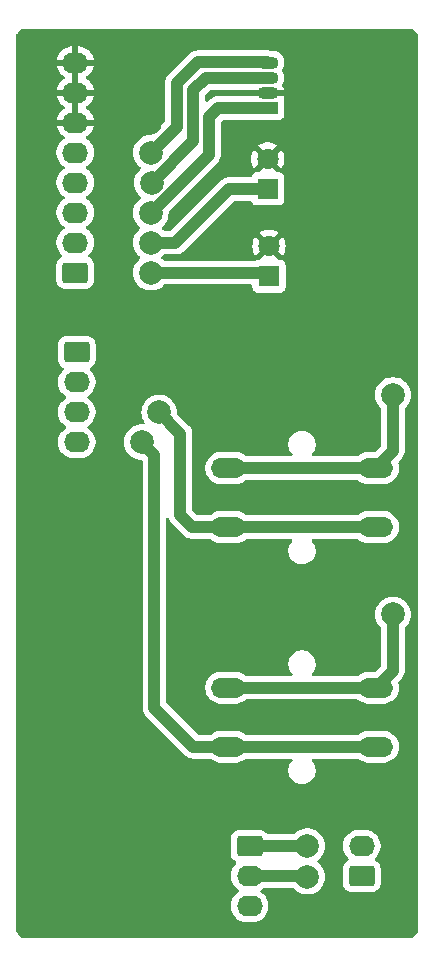
<source format=gbr>
%TF.GenerationSoftware,KiCad,Pcbnew,8.0.5*%
%TF.CreationDate,2024-11-30T13:26:41+01:00*%
%TF.ProjectId,hmi,686d692e-6b69-4636-9164-5f7063625858,rev?*%
%TF.SameCoordinates,Original*%
%TF.FileFunction,Copper,L2,Bot*%
%TF.FilePolarity,Positive*%
%FSLAX46Y46*%
G04 Gerber Fmt 4.6, Leading zero omitted, Abs format (unit mm)*
G04 Created by KiCad (PCBNEW 8.0.5) date 2024-11-30 13:26:41*
%MOMM*%
%LPD*%
G01*
G04 APERTURE LIST*
G04 Aperture macros list*
%AMRoundRect*
0 Rectangle with rounded corners*
0 $1 Rounding radius*
0 $2 $3 $4 $5 $6 $7 $8 $9 X,Y pos of 4 corners*
0 Add a 4 corners polygon primitive as box body*
4,1,4,$2,$3,$4,$5,$6,$7,$8,$9,$2,$3,0*
0 Add four circle primitives for the rounded corners*
1,1,$1+$1,$2,$3*
1,1,$1+$1,$4,$5*
1,1,$1+$1,$6,$7*
1,1,$1+$1,$8,$9*
0 Add four rect primitives between the rounded corners*
20,1,$1+$1,$2,$3,$4,$5,0*
20,1,$1+$1,$4,$5,$6,$7,0*
20,1,$1+$1,$6,$7,$8,$9,0*
20,1,$1+$1,$8,$9,$2,$3,0*%
G04 Aperture macros list end*
%TA.AperFunction,ComponentPad*%
%ADD10O,2.900000X1.700000*%
%TD*%
%TA.AperFunction,ComponentPad*%
%ADD11R,1.800000X1.070000*%
%TD*%
%TA.AperFunction,ComponentPad*%
%ADD12O,1.800000X1.070000*%
%TD*%
%TA.AperFunction,ComponentPad*%
%ADD13R,1.800000X1.800000*%
%TD*%
%TA.AperFunction,ComponentPad*%
%ADD14C,1.800000*%
%TD*%
%TA.AperFunction,ComponentPad*%
%ADD15RoundRect,0.250000X-0.845000X0.620000X-0.845000X-0.620000X0.845000X-0.620000X0.845000X0.620000X0*%
%TD*%
%TA.AperFunction,ComponentPad*%
%ADD16O,2.190000X1.740000*%
%TD*%
%TA.AperFunction,ComponentPad*%
%ADD17RoundRect,0.250000X0.845000X-0.620000X0.845000X0.620000X-0.845000X0.620000X-0.845000X-0.620000X0*%
%TD*%
%TA.AperFunction,ViaPad*%
%ADD18C,2.000000*%
%TD*%
%TA.AperFunction,Conductor*%
%ADD19C,1.000000*%
%TD*%
G04 APERTURE END LIST*
D10*
%TO.P,Next/Stop,1,1*%
%TO.N,Net-(J2-Pin_3)*%
X102450000Y-113200000D03*
X89950000Y-113200000D03*
%TO.P,Next/Stop,2,2*%
%TO.N,Net-(J2-Pin_1)*%
X102450000Y-108200000D03*
X89950000Y-108200000D03*
%TD*%
D11*
%TO.P,D3_RGB,1,DO*%
%TO.N,Net-(D3-DO)*%
X93300000Y-77700000D03*
D12*
%TO.P,D3_RGB,2,GND*%
%TO.N,GND*%
X93300000Y-76430000D03*
%TO.P,D3_RGB,3,VDD*%
%TO.N,Net-(D3-VDD)*%
X93300000Y-75160000D03*
%TO.P,D3_RGB,4,DI*%
%TO.N,Net-(D3-DI)*%
X93300000Y-73890000D03*
%TD*%
D13*
%TO.P,D1_Red,1,K*%
%TO.N,Net-(D1-K)*%
X93400000Y-91975000D03*
D14*
%TO.P,D1_Red,2,A*%
%TO.N,GND*%
X93400000Y-89435000D03*
%TD*%
D13*
%TO.P,D2_Green,1,K*%
%TO.N,Net-(D2-K)*%
X93300000Y-84575000D03*
D14*
%TO.P,D2_Green,2,A*%
%TO.N,GND*%
X93300000Y-82035000D03*
%TD*%
D10*
%TO.P,Select,1,1*%
%TO.N,Net-(J2-Pin_2)*%
X89950000Y-126800000D03*
X102450000Y-126800000D03*
%TO.P,Select,2,2*%
%TO.N,Net-(J2-Pin_4)*%
X89950000Y-131800000D03*
X102450000Y-131800000D03*
%TD*%
D15*
%TO.P,BRIDGE,1,Pin_1*%
%TO.N,Net-(J3-Pin_1)*%
X91750000Y-140200000D03*
D16*
%TO.P,BRIDGE,2,Pin_2*%
%TO.N,Net-(J3-Pin_2)*%
X91750000Y-142740000D03*
%TO.P,BRIDGE,3,Pin_3*%
%TO.N,unconnected-(J3-Pin_3-Pad3)*%
X91750000Y-145280000D03*
%TD*%
D17*
%TO.P,Pwr,1,Pin_1*%
%TO.N,Net-(J3-Pin_2)*%
X101250000Y-142740000D03*
D16*
%TO.P,Pwr,2,Pin_2*%
%TO.N,Net-(J3-Pin_1)*%
X101250000Y-140200000D03*
%TD*%
D17*
%TO.P,LEDs,1,Pin_1*%
%TO.N,Net-(D1-K)*%
X77000000Y-91660000D03*
D16*
%TO.P,LEDs,2,Pin_2*%
%TO.N,Net-(D2-K)*%
X77000000Y-89120000D03*
%TO.P,LEDs,3,Pin_3*%
%TO.N,Net-(D3-DO)*%
X77000000Y-86580000D03*
%TO.P,LEDs,4,Pin_4*%
%TO.N,Net-(D3-VDD)*%
X77000000Y-84040000D03*
%TO.P,LEDs,5,Pin_5*%
%TO.N,Net-(D3-DI)*%
X77000000Y-81500000D03*
%TO.P,LEDs,6,Pin_6*%
%TO.N,GND*%
X77000000Y-78960000D03*
%TO.P,LEDs,7,Pin_7*%
X77000000Y-76420000D03*
%TO.P,LEDs,8,Pin_8*%
X77000000Y-73880000D03*
%TD*%
D15*
%TO.P,Switches,1,Pin_1*%
%TO.N,Net-(J2-Pin_1)*%
X77120000Y-98390000D03*
D16*
%TO.P,Switches,2,Pin_2*%
%TO.N,Net-(J2-Pin_2)*%
X77120000Y-100930000D03*
%TO.P,Switches,3,Pin_3*%
%TO.N,Net-(J2-Pin_3)*%
X77120000Y-103470000D03*
%TO.P,Switches,4,Pin_4*%
%TO.N,Net-(J2-Pin_4)*%
X77120000Y-106010000D03*
%TD*%
D18*
%TO.N,GND*%
X83400000Y-73880000D03*
X83380000Y-76420000D03*
X83360000Y-78960000D03*
%TO.N,Net-(D1-K)*%
X83400000Y-91660000D03*
%TO.N,Net-(D2-K)*%
X83400000Y-89120000D03*
%TO.N,Net-(D3-VDD)*%
X83460000Y-84040000D03*
%TO.N,Net-(D3-DO)*%
X83400000Y-86600000D03*
%TO.N,Net-(D3-DI)*%
X83400000Y-81500000D03*
%TO.N,Net-(J2-Pin_1)*%
X103900000Y-102000000D03*
%TO.N,Net-(J2-Pin_2)*%
X103900000Y-120600000D03*
%TO.N,Net-(J2-Pin_3)*%
X84100000Y-103500000D03*
%TO.N,Net-(J2-Pin_4)*%
X82610000Y-106010000D03*
%TO.N,Net-(J3-Pin_1)*%
X96650000Y-140200000D03*
%TO.N,Net-(J3-Pin_2)*%
X96650000Y-142800000D03*
%TD*%
D19*
%TO.N,Net-(D1-K)*%
X83400000Y-91660000D02*
X93085000Y-91660000D01*
X93085000Y-91660000D02*
X93400000Y-91975000D01*
%TO.N,Net-(D2-K)*%
X83400000Y-89120000D02*
X85480000Y-89120000D01*
X85480000Y-89120000D02*
X90025000Y-84575000D01*
X90025000Y-84575000D02*
X93300000Y-84575000D01*
%TO.N,Net-(D3-VDD)*%
X87000000Y-80500000D02*
X87000000Y-76200000D01*
X83460000Y-84040000D02*
X87000000Y-80500000D01*
X88040000Y-75160000D02*
X87000000Y-76200000D01*
X93300000Y-75160000D02*
X88040000Y-75160000D01*
%TO.N,Net-(D3-DO)*%
X88300000Y-81700000D02*
X88300000Y-78500000D01*
X93300000Y-77700000D02*
X89100000Y-77700000D01*
X89100000Y-77700000D02*
X88300000Y-78500000D01*
X83400000Y-86600000D02*
X88300000Y-81700000D01*
%TO.N,Net-(D3-DI)*%
X87360000Y-73840000D02*
X93250000Y-73840000D01*
X83400000Y-81500000D02*
X85600000Y-79300000D01*
X85600000Y-79300000D02*
X85600000Y-75600000D01*
X93250000Y-73840000D02*
X93300000Y-73890000D01*
X85600000Y-75600000D02*
X87360000Y-73840000D01*
%TO.N,Net-(J2-Pin_1)*%
X102450000Y-108200000D02*
X89950000Y-108200000D01*
X103900000Y-106750000D02*
X102450000Y-108200000D01*
X103900000Y-102000000D02*
X103900000Y-106750000D01*
%TO.N,Net-(J2-Pin_2)*%
X89950000Y-126800000D02*
X102450000Y-126800000D01*
X103900000Y-125350000D02*
X102450000Y-126800000D01*
X103900000Y-120600000D02*
X103900000Y-125350000D01*
%TO.N,Net-(J2-Pin_3)*%
X86900000Y-113200000D02*
X89950000Y-113200000D01*
X85900000Y-112200000D02*
X86900000Y-113200000D01*
X85900000Y-105300000D02*
X85900000Y-112200000D01*
X102450000Y-113200000D02*
X89950000Y-113200000D01*
X84100000Y-103500000D02*
X85900000Y-105300000D01*
%TO.N,Net-(J2-Pin_4)*%
X83700000Y-128500000D02*
X87000000Y-131800000D01*
X83700000Y-107100000D02*
X83700000Y-128500000D01*
X87000000Y-131800000D02*
X89950000Y-131800000D01*
X102450000Y-131800000D02*
X89950000Y-131800000D01*
X82610000Y-106010000D02*
X83700000Y-107100000D01*
%TO.N,Net-(J3-Pin_1)*%
X91750000Y-140200000D02*
X96650000Y-140200000D01*
%TO.N,Net-(J3-Pin_2)*%
X91750000Y-142740000D02*
X96590000Y-142740000D01*
X96590000Y-142740000D02*
X96650000Y-142800000D01*
%TD*%
%TA.AperFunction,Conductor*%
%TO.N,GND*%
G36*
X91921209Y-76180000D02*
G01*
X92742878Y-76180000D01*
X92767067Y-76182382D01*
X92807066Y-76190339D01*
X92833011Y-76195500D01*
X92833012Y-76195500D01*
X92915773Y-76195500D01*
X92880667Y-76256306D01*
X92850000Y-76370756D01*
X92850000Y-76489244D01*
X92880667Y-76603694D01*
X92915773Y-76664500D01*
X92352129Y-76664500D01*
X92352123Y-76664501D01*
X92292516Y-76670908D01*
X92289106Y-76672181D01*
X92245771Y-76680000D01*
X91912725Y-76680000D01*
X91892908Y-76693499D01*
X91854800Y-76699500D01*
X89001455Y-76699500D01*
X88904812Y-76718724D01*
X88808170Y-76737947D01*
X88808162Y-76737949D01*
X88780277Y-76749500D01*
X88626088Y-76813366D01*
X88626079Y-76813371D01*
X88462219Y-76922859D01*
X88410627Y-76974452D01*
X88322861Y-77062218D01*
X88212181Y-77172898D01*
X88150858Y-77206383D01*
X88081166Y-77201399D01*
X88025233Y-77159527D01*
X88000816Y-77094063D01*
X88000500Y-77085217D01*
X88000500Y-76665782D01*
X88020185Y-76598743D01*
X88036819Y-76578101D01*
X88418101Y-76196819D01*
X88479424Y-76163334D01*
X88505782Y-76160500D01*
X91854800Y-76160500D01*
X91921209Y-76180000D01*
G37*
%TD.AperFunction*%
%TA.AperFunction,Conductor*%
G36*
X77250000Y-78417290D02*
G01*
X77229661Y-78405548D01*
X77078333Y-78365000D01*
X76921667Y-78365000D01*
X76770339Y-78405548D01*
X76750000Y-78417290D01*
X76750000Y-76962709D01*
X76770339Y-76974452D01*
X76921667Y-77015000D01*
X77078333Y-77015000D01*
X77229661Y-76974452D01*
X77250000Y-76962709D01*
X77250000Y-78417290D01*
G37*
%TD.AperFunction*%
%TA.AperFunction,Conductor*%
G36*
X77250000Y-75877290D02*
G01*
X77229661Y-75865548D01*
X77078333Y-75825000D01*
X76921667Y-75825000D01*
X76770339Y-75865548D01*
X76750000Y-75877290D01*
X76750000Y-74422709D01*
X76770339Y-74434452D01*
X76921667Y-74475000D01*
X77078333Y-74475000D01*
X77229661Y-74434452D01*
X77250000Y-74422709D01*
X77250000Y-75877290D01*
G37*
%TD.AperFunction*%
%TA.AperFunction,Conductor*%
G36*
X105516944Y-71019685D02*
G01*
X105526378Y-71026389D01*
X105651573Y-71124473D01*
X105662781Y-71134403D01*
X105865596Y-71337218D01*
X105875525Y-71348425D01*
X105973610Y-71473621D01*
X105999460Y-71538532D01*
X106000000Y-71550094D01*
X106000000Y-147449904D01*
X105980315Y-147516943D01*
X105973611Y-147526377D01*
X105875526Y-147651573D01*
X105865596Y-147662781D01*
X105662781Y-147865596D01*
X105651574Y-147875525D01*
X105526379Y-147973610D01*
X105461467Y-147999460D01*
X105449905Y-148000000D01*
X72550095Y-148000000D01*
X72483056Y-147980315D01*
X72473622Y-147973611D01*
X72348426Y-147875526D01*
X72337218Y-147865596D01*
X72134403Y-147662781D01*
X72124473Y-147651573D01*
X72026389Y-147526377D01*
X72000540Y-147461464D01*
X72000000Y-147449904D01*
X72000000Y-139529983D01*
X90154500Y-139529983D01*
X90154500Y-140870001D01*
X90154501Y-140870018D01*
X90165000Y-140972796D01*
X90165001Y-140972799D01*
X90204772Y-141092819D01*
X90220186Y-141139334D01*
X90312288Y-141288656D01*
X90436344Y-141412712D01*
X90585666Y-141504814D01*
X90585668Y-141504814D01*
X90585669Y-141504815D01*
X90586348Y-141505132D01*
X90586735Y-141505473D01*
X90591813Y-141508605D01*
X90591277Y-141509472D01*
X90638787Y-141551304D01*
X90657939Y-141618498D01*
X90637723Y-141685379D01*
X90621625Y-141705195D01*
X90479640Y-141847180D01*
X90352843Y-142021700D01*
X90254909Y-142213908D01*
X90188245Y-142419077D01*
X90154500Y-142632133D01*
X90154500Y-142847866D01*
X90188245Y-143060922D01*
X90188246Y-143060926D01*
X90254908Y-143266089D01*
X90352843Y-143458299D01*
X90479641Y-143632821D01*
X90632179Y-143785359D01*
X90753454Y-143873471D01*
X90803294Y-143909682D01*
X90845959Y-143965012D01*
X90851938Y-144034626D01*
X90819332Y-144096421D01*
X90803294Y-144110318D01*
X90803045Y-144110499D01*
X90632179Y-144234641D01*
X90632177Y-144234643D01*
X90632176Y-144234643D01*
X90479643Y-144387176D01*
X90479643Y-144387177D01*
X90479641Y-144387179D01*
X90425186Y-144462129D01*
X90352843Y-144561700D01*
X90254909Y-144753908D01*
X90188245Y-144959077D01*
X90154500Y-145172133D01*
X90154500Y-145387866D01*
X90188245Y-145600922D01*
X90188246Y-145600926D01*
X90254908Y-145806089D01*
X90352843Y-145998299D01*
X90479641Y-146172821D01*
X90632179Y-146325359D01*
X90806701Y-146452157D01*
X90998911Y-146550092D01*
X91204074Y-146616754D01*
X91283973Y-146629408D01*
X91417134Y-146650500D01*
X91417139Y-146650500D01*
X92082866Y-146650500D01*
X92201230Y-146631752D01*
X92295926Y-146616754D01*
X92501089Y-146550092D01*
X92693299Y-146452157D01*
X92867821Y-146325359D01*
X93020359Y-146172821D01*
X93147157Y-145998299D01*
X93245092Y-145806089D01*
X93311754Y-145600926D01*
X93326752Y-145506230D01*
X93345500Y-145387866D01*
X93345500Y-145172133D01*
X93311754Y-144959077D01*
X93311754Y-144959074D01*
X93245092Y-144753911D01*
X93147157Y-144561701D01*
X93020359Y-144387179D01*
X92867821Y-144234641D01*
X92696704Y-144110317D01*
X92654040Y-144054988D01*
X92648061Y-143985374D01*
X92680667Y-143923580D01*
X92696702Y-143909684D01*
X92867821Y-143785359D01*
X92876361Y-143776819D01*
X92937684Y-143743334D01*
X92964042Y-143740500D01*
X95421911Y-143740500D01*
X95488950Y-143760185D01*
X95513141Y-143780517D01*
X95527708Y-143796341D01*
X95630256Y-143907738D01*
X95826491Y-144060474D01*
X96045190Y-144178828D01*
X96280386Y-144259571D01*
X96525665Y-144300500D01*
X96774335Y-144300500D01*
X97019614Y-144259571D01*
X97254810Y-144178828D01*
X97473509Y-144060474D01*
X97669744Y-143907738D01*
X97838164Y-143724785D01*
X97974173Y-143516607D01*
X98074063Y-143288881D01*
X98135108Y-143047821D01*
X98151677Y-142847866D01*
X98155643Y-142800005D01*
X98155643Y-142799994D01*
X98135109Y-142552187D01*
X98135107Y-142552175D01*
X98074063Y-142311118D01*
X97974173Y-142083393D01*
X97838166Y-141875217D01*
X97812355Y-141847179D01*
X97669744Y-141692262D01*
X97669739Y-141692258D01*
X97669737Y-141692256D01*
X97548448Y-141597853D01*
X97507635Y-141541143D01*
X97503960Y-141471370D01*
X97538592Y-141410687D01*
X97548448Y-141402147D01*
X97652070Y-141321494D01*
X97669744Y-141307738D01*
X97838164Y-141124785D01*
X97974173Y-140916607D01*
X98074063Y-140688881D01*
X98135108Y-140447821D01*
X98146705Y-140307866D01*
X98155643Y-140200005D01*
X98155643Y-140199994D01*
X98146705Y-140092133D01*
X99654500Y-140092133D01*
X99654500Y-140307866D01*
X99688245Y-140520922D01*
X99688246Y-140520926D01*
X99754908Y-140726089D01*
X99852843Y-140918299D01*
X99979641Y-141092821D01*
X99979643Y-141092823D01*
X100121624Y-141234804D01*
X100155109Y-141296127D01*
X100150125Y-141365819D01*
X100108253Y-141421752D01*
X100086360Y-141434861D01*
X100085677Y-141435179D01*
X99936342Y-141527289D01*
X99812289Y-141651342D01*
X99720187Y-141800663D01*
X99720186Y-141800666D01*
X99665001Y-141967203D01*
X99665001Y-141967204D01*
X99665000Y-141967204D01*
X99654500Y-142069983D01*
X99654500Y-143410001D01*
X99654501Y-143410018D01*
X99665000Y-143512796D01*
X99665001Y-143512799D01*
X99704773Y-143632821D01*
X99720186Y-143679334D01*
X99812288Y-143828656D01*
X99936344Y-143952712D01*
X100085666Y-144044814D01*
X100252203Y-144099999D01*
X100354991Y-144110500D01*
X102145008Y-144110499D01*
X102247797Y-144099999D01*
X102414334Y-144044814D01*
X102563656Y-143952712D01*
X102687712Y-143828656D01*
X102779814Y-143679334D01*
X102834999Y-143512797D01*
X102845500Y-143410009D01*
X102845499Y-142069992D01*
X102834999Y-141967203D01*
X102779814Y-141800666D01*
X102687712Y-141651344D01*
X102563656Y-141527288D01*
X102414334Y-141435186D01*
X102414326Y-141435181D01*
X102413645Y-141434864D01*
X102413256Y-141434521D01*
X102408187Y-141431395D01*
X102408721Y-141430528D01*
X102361208Y-141388688D01*
X102342060Y-141321494D01*
X102362280Y-141254614D01*
X102378366Y-141234813D01*
X102520359Y-141092821D01*
X102647157Y-140918299D01*
X102745092Y-140726089D01*
X102811754Y-140520926D01*
X102826752Y-140426230D01*
X102845500Y-140307866D01*
X102845500Y-140092133D01*
X102811754Y-139879077D01*
X102811754Y-139879074D01*
X102745092Y-139673911D01*
X102647157Y-139481701D01*
X102520359Y-139307179D01*
X102367821Y-139154641D01*
X102193299Y-139027843D01*
X102001089Y-138929908D01*
X101795926Y-138863246D01*
X101795924Y-138863245D01*
X101795922Y-138863245D01*
X101582866Y-138829500D01*
X101582861Y-138829500D01*
X100917139Y-138829500D01*
X100917134Y-138829500D01*
X100704077Y-138863245D01*
X100498908Y-138929909D01*
X100306700Y-139027843D01*
X100218037Y-139092261D01*
X100132179Y-139154641D01*
X100132177Y-139154643D01*
X100132176Y-139154643D01*
X99979643Y-139307176D01*
X99979643Y-139307177D01*
X99979641Y-139307179D01*
X99925186Y-139382129D01*
X99852843Y-139481700D01*
X99754909Y-139673908D01*
X99688245Y-139879077D01*
X99654500Y-140092133D01*
X98146705Y-140092133D01*
X98135109Y-139952187D01*
X98135107Y-139952175D01*
X98074063Y-139711118D01*
X97974173Y-139483393D01*
X97838166Y-139275217D01*
X97731625Y-139159483D01*
X97669744Y-139092262D01*
X97473509Y-138939526D01*
X97473507Y-138939525D01*
X97473506Y-138939524D01*
X97254811Y-138821172D01*
X97254802Y-138821169D01*
X97019616Y-138740429D01*
X96774335Y-138699500D01*
X96525665Y-138699500D01*
X96280383Y-138740429D01*
X96045197Y-138821169D01*
X96045188Y-138821172D01*
X95826493Y-138939524D01*
X95630255Y-139092262D01*
X95630252Y-139092265D01*
X95568374Y-139159483D01*
X95508487Y-139195474D01*
X95477145Y-139199500D01*
X93311294Y-139199500D01*
X93244255Y-139179815D01*
X93205755Y-139140597D01*
X93187712Y-139111344D01*
X93063656Y-138987288D01*
X92914334Y-138895186D01*
X92747797Y-138840001D01*
X92747795Y-138840000D01*
X92645010Y-138829500D01*
X90854998Y-138829500D01*
X90854981Y-138829501D01*
X90752203Y-138840000D01*
X90752200Y-138840001D01*
X90585668Y-138895185D01*
X90585663Y-138895187D01*
X90436342Y-138987289D01*
X90312289Y-139111342D01*
X90220187Y-139260663D01*
X90220186Y-139260666D01*
X90165001Y-139427203D01*
X90165001Y-139427204D01*
X90165000Y-139427204D01*
X90154500Y-139529983D01*
X72000000Y-139529983D01*
X72000000Y-97719983D01*
X75524500Y-97719983D01*
X75524500Y-99060001D01*
X75524501Y-99060018D01*
X75535000Y-99162796D01*
X75535001Y-99162799D01*
X75590185Y-99329331D01*
X75590186Y-99329334D01*
X75682288Y-99478656D01*
X75806344Y-99602712D01*
X75955666Y-99694814D01*
X75955668Y-99694814D01*
X75955669Y-99694815D01*
X75956348Y-99695132D01*
X75956735Y-99695473D01*
X75961813Y-99698605D01*
X75961277Y-99699472D01*
X76008787Y-99741304D01*
X76027939Y-99808498D01*
X76007723Y-99875379D01*
X75991625Y-99895195D01*
X75849640Y-100037180D01*
X75722843Y-100211700D01*
X75624909Y-100403908D01*
X75558245Y-100609077D01*
X75524500Y-100822133D01*
X75524500Y-101037866D01*
X75558245Y-101250922D01*
X75558246Y-101250926D01*
X75624908Y-101456089D01*
X75722843Y-101648299D01*
X75849641Y-101822821D01*
X76002179Y-101975359D01*
X76091740Y-102040429D01*
X76173294Y-102099682D01*
X76215959Y-102155012D01*
X76221938Y-102224626D01*
X76189332Y-102286421D01*
X76173294Y-102300318D01*
X76002179Y-102424641D01*
X76002177Y-102424643D01*
X76002176Y-102424643D01*
X75849643Y-102577176D01*
X75849643Y-102577177D01*
X75849641Y-102577179D01*
X75795186Y-102652129D01*
X75722843Y-102751700D01*
X75624909Y-102943908D01*
X75558245Y-103149077D01*
X75524500Y-103362133D01*
X75524500Y-103577866D01*
X75551419Y-103747824D01*
X75558246Y-103790926D01*
X75624908Y-103996089D01*
X75722843Y-104188299D01*
X75849641Y-104362821D01*
X76002179Y-104515359D01*
X76123454Y-104603471D01*
X76173294Y-104639682D01*
X76215959Y-104695012D01*
X76221938Y-104764626D01*
X76189332Y-104826421D01*
X76173294Y-104840318D01*
X76173044Y-104840500D01*
X76002179Y-104964641D01*
X76002177Y-104964643D01*
X76002176Y-104964643D01*
X75849643Y-105117176D01*
X75849643Y-105117177D01*
X75849641Y-105117179D01*
X75808293Y-105174090D01*
X75722843Y-105291700D01*
X75624909Y-105483908D01*
X75558245Y-105689077D01*
X75524500Y-105902133D01*
X75524500Y-106117866D01*
X75558245Y-106330922D01*
X75558246Y-106330926D01*
X75624908Y-106536089D01*
X75722843Y-106728299D01*
X75849641Y-106902821D01*
X76002179Y-107055359D01*
X76176701Y-107182157D01*
X76368911Y-107280092D01*
X76574074Y-107346754D01*
X76653973Y-107359408D01*
X76787134Y-107380500D01*
X76787139Y-107380500D01*
X77452866Y-107380500D01*
X77571230Y-107361752D01*
X77665926Y-107346754D01*
X77871089Y-107280092D01*
X78063299Y-107182157D01*
X78237821Y-107055359D01*
X78390359Y-106902821D01*
X78517157Y-106728299D01*
X78615092Y-106536089D01*
X78681754Y-106330926D01*
X78696752Y-106236230D01*
X78715500Y-106117866D01*
X78715500Y-106009994D01*
X81104357Y-106009994D01*
X81104357Y-106010005D01*
X81124890Y-106257812D01*
X81124892Y-106257824D01*
X81185936Y-106498881D01*
X81285826Y-106726606D01*
X81421833Y-106934782D01*
X81435381Y-106949499D01*
X81590256Y-107117738D01*
X81786491Y-107270474D01*
X81786493Y-107270475D01*
X82003251Y-107387779D01*
X82005190Y-107388828D01*
X82240386Y-107469571D01*
X82485665Y-107510500D01*
X82575500Y-107510500D01*
X82642539Y-107530185D01*
X82688294Y-107582989D01*
X82699500Y-107634500D01*
X82699500Y-128598541D01*
X82699500Y-128598543D01*
X82699499Y-128598543D01*
X82737947Y-128791829D01*
X82737950Y-128791839D01*
X82813364Y-128973907D01*
X82813371Y-128973920D01*
X82922859Y-129137780D01*
X82922860Y-129137781D01*
X82922861Y-129137782D01*
X83062218Y-129277139D01*
X83062219Y-129277139D01*
X83069286Y-129284206D01*
X83069285Y-129284206D01*
X83069288Y-129284208D01*
X86222860Y-132437781D01*
X86222861Y-132437782D01*
X86292895Y-132507816D01*
X86362219Y-132577140D01*
X86526079Y-132686628D01*
X86526086Y-132686632D01*
X86639934Y-132733789D01*
X86708164Y-132762051D01*
X86804812Y-132781275D01*
X86853135Y-132790887D01*
X86901458Y-132800500D01*
X86901459Y-132800500D01*
X86901460Y-132800500D01*
X87098540Y-132800500D01*
X88389800Y-132800500D01*
X88456839Y-132820185D01*
X88469365Y-132829493D01*
X88642179Y-132955048D01*
X88642181Y-132955049D01*
X88642184Y-132955051D01*
X88831588Y-133051557D01*
X89033757Y-133117246D01*
X89243713Y-133150500D01*
X89243714Y-133150500D01*
X90656286Y-133150500D01*
X90656287Y-133150500D01*
X90866243Y-133117246D01*
X91068412Y-133051557D01*
X91257816Y-132955051D01*
X91359511Y-132881166D01*
X91433734Y-132827241D01*
X91434364Y-132828108D01*
X91493419Y-132801641D01*
X91510200Y-132800500D01*
X95273084Y-132800500D01*
X95340123Y-132820185D01*
X95385878Y-132872989D01*
X95395822Y-132942147D01*
X95366797Y-133005703D01*
X95360765Y-133012181D01*
X95322445Y-133050500D01*
X95322441Y-133050505D01*
X95216006Y-133197002D01*
X95133788Y-133358360D01*
X95133787Y-133358363D01*
X95077829Y-133530589D01*
X95049500Y-133709448D01*
X95049500Y-133890551D01*
X95077829Y-134069410D01*
X95133787Y-134241636D01*
X95133788Y-134241639D01*
X95216006Y-134402997D01*
X95322441Y-134549494D01*
X95322445Y-134549499D01*
X95450500Y-134677554D01*
X95450505Y-134677558D01*
X95578287Y-134770396D01*
X95597006Y-134783996D01*
X95702484Y-134837740D01*
X95758360Y-134866211D01*
X95758363Y-134866212D01*
X95844476Y-134894191D01*
X95930591Y-134922171D01*
X96013429Y-134935291D01*
X96109449Y-134950500D01*
X96109454Y-134950500D01*
X96290551Y-134950500D01*
X96377259Y-134936765D01*
X96469409Y-134922171D01*
X96641639Y-134866211D01*
X96802994Y-134783996D01*
X96949501Y-134677553D01*
X97077553Y-134549501D01*
X97183996Y-134402994D01*
X97266211Y-134241639D01*
X97322171Y-134069409D01*
X97336765Y-133977259D01*
X97350500Y-133890551D01*
X97350500Y-133709448D01*
X97334019Y-133605397D01*
X97322171Y-133530591D01*
X97266211Y-133358361D01*
X97266211Y-133358360D01*
X97237740Y-133302484D01*
X97183996Y-133197006D01*
X97150208Y-133150500D01*
X97077558Y-133050505D01*
X97077554Y-133050500D01*
X97039235Y-133012181D01*
X97005750Y-132950858D01*
X97010734Y-132881166D01*
X97052606Y-132825233D01*
X97118070Y-132800816D01*
X97126916Y-132800500D01*
X100889800Y-132800500D01*
X100956839Y-132820185D01*
X100969365Y-132829493D01*
X101142179Y-132955048D01*
X101142181Y-132955049D01*
X101142184Y-132955051D01*
X101331588Y-133051557D01*
X101533757Y-133117246D01*
X101743713Y-133150500D01*
X101743714Y-133150500D01*
X103156286Y-133150500D01*
X103156287Y-133150500D01*
X103366243Y-133117246D01*
X103568412Y-133051557D01*
X103757816Y-132955051D01*
X103859511Y-132881166D01*
X103929786Y-132830109D01*
X103929788Y-132830106D01*
X103929792Y-132830104D01*
X104080104Y-132679792D01*
X104080106Y-132679788D01*
X104080109Y-132679786D01*
X104205048Y-132507820D01*
X104205047Y-132507820D01*
X104205051Y-132507816D01*
X104301557Y-132318412D01*
X104367246Y-132116243D01*
X104400500Y-131906287D01*
X104400500Y-131693713D01*
X104367246Y-131483757D01*
X104301557Y-131281588D01*
X104205051Y-131092184D01*
X104205049Y-131092181D01*
X104205048Y-131092179D01*
X104080109Y-130920213D01*
X103929786Y-130769890D01*
X103757820Y-130644951D01*
X103568414Y-130548444D01*
X103568413Y-130548443D01*
X103568412Y-130548443D01*
X103366243Y-130482754D01*
X103366241Y-130482753D01*
X103366240Y-130482753D01*
X103204957Y-130457208D01*
X103156287Y-130449500D01*
X101743713Y-130449500D01*
X101695042Y-130457208D01*
X101533760Y-130482753D01*
X101331585Y-130548444D01*
X101142179Y-130644951D01*
X100966266Y-130772759D01*
X100965635Y-130771891D01*
X100906581Y-130798359D01*
X100889800Y-130799500D01*
X91510200Y-130799500D01*
X91443161Y-130779815D01*
X91430634Y-130770506D01*
X91257820Y-130644951D01*
X91068414Y-130548444D01*
X91068413Y-130548443D01*
X91068412Y-130548443D01*
X90866243Y-130482754D01*
X90866241Y-130482753D01*
X90866240Y-130482753D01*
X90704957Y-130457208D01*
X90656287Y-130449500D01*
X89243713Y-130449500D01*
X89195042Y-130457208D01*
X89033760Y-130482753D01*
X88831585Y-130548444D01*
X88642179Y-130644951D01*
X88466266Y-130772759D01*
X88465635Y-130771891D01*
X88406581Y-130798359D01*
X88389800Y-130799500D01*
X87465783Y-130799500D01*
X87398744Y-130779815D01*
X87378102Y-130763181D01*
X84736819Y-128121898D01*
X84703334Y-128060575D01*
X84700500Y-128034217D01*
X84700500Y-126693713D01*
X87999500Y-126693713D01*
X87999500Y-126906286D01*
X88032753Y-127116239D01*
X88098444Y-127318414D01*
X88194951Y-127507820D01*
X88319890Y-127679786D01*
X88470213Y-127830109D01*
X88642179Y-127955048D01*
X88642181Y-127955049D01*
X88642184Y-127955051D01*
X88831588Y-128051557D01*
X89033757Y-128117246D01*
X89243713Y-128150500D01*
X89243714Y-128150500D01*
X90656286Y-128150500D01*
X90656287Y-128150500D01*
X90866243Y-128117246D01*
X91068412Y-128051557D01*
X91257816Y-127955051D01*
X91272769Y-127944186D01*
X91433734Y-127827241D01*
X91434364Y-127828108D01*
X91493419Y-127801641D01*
X91510200Y-127800500D01*
X100889800Y-127800500D01*
X100956839Y-127820185D01*
X100969365Y-127829493D01*
X101142179Y-127955048D01*
X101142181Y-127955049D01*
X101142184Y-127955051D01*
X101331588Y-128051557D01*
X101533757Y-128117246D01*
X101743713Y-128150500D01*
X101743714Y-128150500D01*
X103156286Y-128150500D01*
X103156287Y-128150500D01*
X103366243Y-128117246D01*
X103568412Y-128051557D01*
X103757816Y-127955051D01*
X103779789Y-127939086D01*
X103929786Y-127830109D01*
X103929788Y-127830106D01*
X103929792Y-127830104D01*
X104080104Y-127679792D01*
X104080106Y-127679788D01*
X104080109Y-127679786D01*
X104205048Y-127507820D01*
X104205047Y-127507820D01*
X104205051Y-127507816D01*
X104301557Y-127318412D01*
X104367246Y-127116243D01*
X104400500Y-126906287D01*
X104400500Y-126693713D01*
X104367246Y-126483757D01*
X104345091Y-126415574D01*
X104343097Y-126345735D01*
X104375339Y-126289581D01*
X104677140Y-125987781D01*
X104786632Y-125823914D01*
X104862052Y-125641835D01*
X104900500Y-125448540D01*
X104900500Y-125251459D01*
X104900500Y-121777027D01*
X104920185Y-121709988D01*
X104933265Y-121693049D01*
X105088164Y-121524785D01*
X105224173Y-121316607D01*
X105324063Y-121088881D01*
X105385108Y-120847821D01*
X105405643Y-120600000D01*
X105385108Y-120352179D01*
X105324063Y-120111119D01*
X105224173Y-119883393D01*
X105088166Y-119675217D01*
X105066557Y-119651744D01*
X104919744Y-119492262D01*
X104723509Y-119339526D01*
X104723507Y-119339525D01*
X104723506Y-119339524D01*
X104504811Y-119221172D01*
X104504802Y-119221169D01*
X104269616Y-119140429D01*
X104024335Y-119099500D01*
X103775665Y-119099500D01*
X103530383Y-119140429D01*
X103295197Y-119221169D01*
X103295188Y-119221172D01*
X103076493Y-119339524D01*
X102880257Y-119492261D01*
X102711833Y-119675217D01*
X102575826Y-119883393D01*
X102475936Y-120111118D01*
X102414892Y-120352175D01*
X102414890Y-120352187D01*
X102394357Y-120599994D01*
X102394357Y-120600005D01*
X102414890Y-120847812D01*
X102414892Y-120847824D01*
X102475936Y-121088881D01*
X102575826Y-121316606D01*
X102711833Y-121524782D01*
X102711836Y-121524785D01*
X102866730Y-121693045D01*
X102897652Y-121755698D01*
X102899500Y-121777027D01*
X102899500Y-124884217D01*
X102879815Y-124951256D01*
X102863181Y-124971898D01*
X102421899Y-125413181D01*
X102360576Y-125446666D01*
X102334218Y-125449500D01*
X101743713Y-125449500D01*
X101695042Y-125457208D01*
X101533760Y-125482753D01*
X101331585Y-125548444D01*
X101142179Y-125644951D01*
X100966266Y-125772759D01*
X100965635Y-125771891D01*
X100906581Y-125798359D01*
X100889800Y-125799500D01*
X97126916Y-125799500D01*
X97059877Y-125779815D01*
X97014122Y-125727011D01*
X97004178Y-125657853D01*
X97033203Y-125594297D01*
X97039235Y-125587819D01*
X97077553Y-125549501D01*
X97183996Y-125402994D01*
X97266211Y-125241639D01*
X97322171Y-125069409D01*
X97343368Y-124935579D01*
X97350500Y-124890551D01*
X97350500Y-124709448D01*
X97334019Y-124605397D01*
X97322171Y-124530591D01*
X97266211Y-124358361D01*
X97266211Y-124358360D01*
X97237740Y-124302484D01*
X97183996Y-124197006D01*
X97170396Y-124178287D01*
X97077558Y-124050505D01*
X97077554Y-124050500D01*
X96949499Y-123922445D01*
X96949494Y-123922441D01*
X96802997Y-123816006D01*
X96802996Y-123816005D01*
X96802994Y-123816004D01*
X96751300Y-123789664D01*
X96641639Y-123733788D01*
X96641636Y-123733787D01*
X96469410Y-123677829D01*
X96290551Y-123649500D01*
X96290546Y-123649500D01*
X96109454Y-123649500D01*
X96109449Y-123649500D01*
X95930589Y-123677829D01*
X95758363Y-123733787D01*
X95758360Y-123733788D01*
X95597002Y-123816006D01*
X95450505Y-123922441D01*
X95450500Y-123922445D01*
X95322445Y-124050500D01*
X95322441Y-124050505D01*
X95216006Y-124197002D01*
X95133788Y-124358360D01*
X95133787Y-124358363D01*
X95077829Y-124530589D01*
X95049500Y-124709448D01*
X95049500Y-124890551D01*
X95077829Y-125069410D01*
X95133787Y-125241636D01*
X95133788Y-125241639D01*
X95216006Y-125402997D01*
X95322441Y-125549494D01*
X95322445Y-125549499D01*
X95360765Y-125587819D01*
X95394250Y-125649142D01*
X95389266Y-125718834D01*
X95347394Y-125774767D01*
X95281930Y-125799184D01*
X95273084Y-125799500D01*
X91510200Y-125799500D01*
X91443161Y-125779815D01*
X91430634Y-125770506D01*
X91257820Y-125644951D01*
X91068414Y-125548444D01*
X91068413Y-125548443D01*
X91068412Y-125548443D01*
X90866243Y-125482754D01*
X90866241Y-125482753D01*
X90866240Y-125482753D01*
X90704957Y-125457208D01*
X90656287Y-125449500D01*
X89243713Y-125449500D01*
X89195042Y-125457208D01*
X89033760Y-125482753D01*
X88831585Y-125548444D01*
X88642179Y-125644951D01*
X88470213Y-125769890D01*
X88319890Y-125920213D01*
X88194951Y-126092179D01*
X88098444Y-126281585D01*
X88032753Y-126483760D01*
X87999500Y-126693713D01*
X84700500Y-126693713D01*
X84700500Y-112541974D01*
X84720185Y-112474935D01*
X84772989Y-112429180D01*
X84842147Y-112419236D01*
X84905703Y-112448261D01*
X84939061Y-112494521D01*
X84958716Y-112541974D01*
X84960038Y-112545164D01*
X85013366Y-112673911D01*
X85013371Y-112673920D01*
X85122859Y-112837780D01*
X85122860Y-112837781D01*
X85122861Y-112837782D01*
X85262218Y-112977139D01*
X85262219Y-112977139D01*
X85269286Y-112984206D01*
X85269285Y-112984206D01*
X85269289Y-112984209D01*
X86262215Y-113977137D01*
X86262219Y-113977140D01*
X86426079Y-114086628D01*
X86426085Y-114086631D01*
X86426086Y-114086632D01*
X86608165Y-114162052D01*
X86801455Y-114200500D01*
X86801458Y-114200501D01*
X86801460Y-114200501D01*
X87004655Y-114200501D01*
X87004675Y-114200500D01*
X88389800Y-114200500D01*
X88456839Y-114220185D01*
X88469365Y-114229493D01*
X88642179Y-114355048D01*
X88642181Y-114355049D01*
X88642184Y-114355051D01*
X88831588Y-114451557D01*
X89033757Y-114517246D01*
X89243713Y-114550500D01*
X89243714Y-114550500D01*
X90656286Y-114550500D01*
X90656287Y-114550500D01*
X90866243Y-114517246D01*
X91068412Y-114451557D01*
X91257816Y-114355051D01*
X91359511Y-114281166D01*
X91433734Y-114227241D01*
X91434364Y-114228108D01*
X91493419Y-114201641D01*
X91510200Y-114200500D01*
X95273084Y-114200500D01*
X95340123Y-114220185D01*
X95385878Y-114272989D01*
X95395822Y-114342147D01*
X95366797Y-114405703D01*
X95360765Y-114412181D01*
X95322445Y-114450500D01*
X95322441Y-114450505D01*
X95216006Y-114597002D01*
X95133788Y-114758360D01*
X95133787Y-114758363D01*
X95077829Y-114930589D01*
X95049500Y-115109448D01*
X95049500Y-115290551D01*
X95077829Y-115469410D01*
X95133787Y-115641636D01*
X95133788Y-115641639D01*
X95216006Y-115802997D01*
X95322441Y-115949494D01*
X95322445Y-115949499D01*
X95450500Y-116077554D01*
X95450505Y-116077558D01*
X95578287Y-116170396D01*
X95597006Y-116183996D01*
X95702484Y-116237740D01*
X95758360Y-116266211D01*
X95758363Y-116266212D01*
X95844476Y-116294191D01*
X95930591Y-116322171D01*
X96013429Y-116335291D01*
X96109449Y-116350500D01*
X96109454Y-116350500D01*
X96290551Y-116350500D01*
X96377259Y-116336765D01*
X96469409Y-116322171D01*
X96641639Y-116266211D01*
X96802994Y-116183996D01*
X96949501Y-116077553D01*
X97077553Y-115949501D01*
X97183996Y-115802994D01*
X97266211Y-115641639D01*
X97322171Y-115469409D01*
X97336765Y-115377259D01*
X97350500Y-115290551D01*
X97350500Y-115109448D01*
X97334019Y-115005397D01*
X97322171Y-114930591D01*
X97266211Y-114758361D01*
X97266211Y-114758360D01*
X97237740Y-114702484D01*
X97183996Y-114597006D01*
X97150208Y-114550500D01*
X97077558Y-114450505D01*
X97077554Y-114450500D01*
X97039235Y-114412181D01*
X97005750Y-114350858D01*
X97010734Y-114281166D01*
X97052606Y-114225233D01*
X97118070Y-114200816D01*
X97126916Y-114200500D01*
X100889800Y-114200500D01*
X100956839Y-114220185D01*
X100969365Y-114229493D01*
X101142179Y-114355048D01*
X101142181Y-114355049D01*
X101142184Y-114355051D01*
X101331588Y-114451557D01*
X101533757Y-114517246D01*
X101743713Y-114550500D01*
X101743714Y-114550500D01*
X103156286Y-114550500D01*
X103156287Y-114550500D01*
X103366243Y-114517246D01*
X103568412Y-114451557D01*
X103757816Y-114355051D01*
X103859511Y-114281166D01*
X103929786Y-114230109D01*
X103929788Y-114230106D01*
X103929792Y-114230104D01*
X104080104Y-114079792D01*
X104080106Y-114079788D01*
X104080109Y-114079786D01*
X104205048Y-113907820D01*
X104205047Y-113907820D01*
X104205051Y-113907816D01*
X104301557Y-113718412D01*
X104367246Y-113516243D01*
X104400500Y-113306287D01*
X104400500Y-113093713D01*
X104367246Y-112883757D01*
X104301557Y-112681588D01*
X104205051Y-112492184D01*
X104205049Y-112492181D01*
X104205048Y-112492179D01*
X104080109Y-112320213D01*
X103929786Y-112169890D01*
X103757820Y-112044951D01*
X103568414Y-111948444D01*
X103568413Y-111948443D01*
X103568412Y-111948443D01*
X103366243Y-111882754D01*
X103366241Y-111882753D01*
X103366240Y-111882753D01*
X103204957Y-111857208D01*
X103156287Y-111849500D01*
X101743713Y-111849500D01*
X101695042Y-111857208D01*
X101533760Y-111882753D01*
X101331585Y-111948444D01*
X101142179Y-112044951D01*
X100966266Y-112172759D01*
X100965635Y-112171891D01*
X100906581Y-112198359D01*
X100889800Y-112199500D01*
X91510200Y-112199500D01*
X91443161Y-112179815D01*
X91430634Y-112170506D01*
X91257820Y-112044951D01*
X91068414Y-111948444D01*
X91068413Y-111948443D01*
X91068412Y-111948443D01*
X90866243Y-111882754D01*
X90866241Y-111882753D01*
X90866240Y-111882753D01*
X90704957Y-111857208D01*
X90656287Y-111849500D01*
X89243713Y-111849500D01*
X89195042Y-111857208D01*
X89033760Y-111882753D01*
X88831585Y-111948444D01*
X88642179Y-112044951D01*
X88466266Y-112172759D01*
X88465635Y-112171891D01*
X88406581Y-112198359D01*
X88389800Y-112199500D01*
X87365783Y-112199500D01*
X87298744Y-112179815D01*
X87278102Y-112163181D01*
X86936819Y-111821898D01*
X86903334Y-111760575D01*
X86900500Y-111734217D01*
X86900500Y-108093713D01*
X87999500Y-108093713D01*
X87999500Y-108306286D01*
X88032753Y-108516239D01*
X88098444Y-108718414D01*
X88194951Y-108907820D01*
X88319890Y-109079786D01*
X88470213Y-109230109D01*
X88642179Y-109355048D01*
X88642181Y-109355049D01*
X88642184Y-109355051D01*
X88831588Y-109451557D01*
X89033757Y-109517246D01*
X89243713Y-109550500D01*
X89243714Y-109550500D01*
X90656286Y-109550500D01*
X90656287Y-109550500D01*
X90866243Y-109517246D01*
X91068412Y-109451557D01*
X91257816Y-109355051D01*
X91272769Y-109344186D01*
X91433734Y-109227241D01*
X91434364Y-109228108D01*
X91493419Y-109201641D01*
X91510200Y-109200500D01*
X100889800Y-109200500D01*
X100956839Y-109220185D01*
X100969365Y-109229493D01*
X101142179Y-109355048D01*
X101142181Y-109355049D01*
X101142184Y-109355051D01*
X101331588Y-109451557D01*
X101533757Y-109517246D01*
X101743713Y-109550500D01*
X101743714Y-109550500D01*
X103156286Y-109550500D01*
X103156287Y-109550500D01*
X103366243Y-109517246D01*
X103568412Y-109451557D01*
X103757816Y-109355051D01*
X103779789Y-109339086D01*
X103929786Y-109230109D01*
X103929788Y-109230106D01*
X103929792Y-109230104D01*
X104080104Y-109079792D01*
X104080106Y-109079788D01*
X104080109Y-109079786D01*
X104205048Y-108907820D01*
X104205047Y-108907820D01*
X104205051Y-108907816D01*
X104301557Y-108718412D01*
X104367246Y-108516243D01*
X104400500Y-108306287D01*
X104400500Y-108093713D01*
X104367246Y-107883757D01*
X104345091Y-107815574D01*
X104343097Y-107745735D01*
X104375339Y-107689581D01*
X104677140Y-107387781D01*
X104786632Y-107223914D01*
X104862052Y-107041835D01*
X104900500Y-106848540D01*
X104900500Y-106651459D01*
X104900500Y-103177027D01*
X104920185Y-103109988D01*
X104933265Y-103093049D01*
X105088164Y-102924785D01*
X105224173Y-102716607D01*
X105324063Y-102488881D01*
X105385108Y-102247821D01*
X105385343Y-102244988D01*
X105405643Y-102000005D01*
X105405643Y-101999994D01*
X105385109Y-101752187D01*
X105385107Y-101752175D01*
X105324063Y-101511118D01*
X105224173Y-101283393D01*
X105088166Y-101075217D01*
X105053777Y-101037861D01*
X104919744Y-100892262D01*
X104723509Y-100739526D01*
X104723507Y-100739525D01*
X104723506Y-100739524D01*
X104504811Y-100621172D01*
X104504802Y-100621169D01*
X104269616Y-100540429D01*
X104024335Y-100499500D01*
X103775665Y-100499500D01*
X103530383Y-100540429D01*
X103295197Y-100621169D01*
X103295188Y-100621172D01*
X103076493Y-100739524D01*
X102880257Y-100892261D01*
X102711833Y-101075217D01*
X102575826Y-101283393D01*
X102475936Y-101511118D01*
X102414892Y-101752175D01*
X102414890Y-101752187D01*
X102394357Y-101999994D01*
X102394357Y-102000005D01*
X102414890Y-102247812D01*
X102414892Y-102247824D01*
X102475936Y-102488881D01*
X102575826Y-102716606D01*
X102711833Y-102924782D01*
X102711836Y-102924785D01*
X102866730Y-103093045D01*
X102897652Y-103155698D01*
X102899500Y-103177027D01*
X102899500Y-106284217D01*
X102879815Y-106351256D01*
X102863181Y-106371898D01*
X102421899Y-106813181D01*
X102360576Y-106846666D01*
X102334218Y-106849500D01*
X101743713Y-106849500D01*
X101695042Y-106857208D01*
X101533760Y-106882753D01*
X101331585Y-106948444D01*
X101142179Y-107044951D01*
X100966266Y-107172759D01*
X100965635Y-107171891D01*
X100906581Y-107198359D01*
X100889800Y-107199500D01*
X97126916Y-107199500D01*
X97059877Y-107179815D01*
X97014122Y-107127011D01*
X97004178Y-107057853D01*
X97033203Y-106994297D01*
X97039235Y-106987819D01*
X97077553Y-106949501D01*
X97183996Y-106802994D01*
X97266211Y-106641639D01*
X97322171Y-106469409D01*
X97343368Y-106335579D01*
X97350500Y-106290551D01*
X97350500Y-106109448D01*
X97334019Y-106005397D01*
X97322171Y-105930591D01*
X97294191Y-105844476D01*
X97266212Y-105758363D01*
X97266211Y-105758360D01*
X97225316Y-105678101D01*
X97183996Y-105597006D01*
X97128861Y-105521119D01*
X97077558Y-105450505D01*
X97077554Y-105450500D01*
X96949499Y-105322445D01*
X96949494Y-105322441D01*
X96802997Y-105216006D01*
X96802996Y-105216005D01*
X96802994Y-105216004D01*
X96720734Y-105174090D01*
X96641639Y-105133788D01*
X96641636Y-105133787D01*
X96469410Y-105077829D01*
X96290551Y-105049500D01*
X96290546Y-105049500D01*
X96109454Y-105049500D01*
X96109449Y-105049500D01*
X95930589Y-105077829D01*
X95758363Y-105133787D01*
X95758360Y-105133788D01*
X95597002Y-105216006D01*
X95450505Y-105322441D01*
X95450500Y-105322445D01*
X95322445Y-105450500D01*
X95322441Y-105450505D01*
X95216006Y-105597002D01*
X95133788Y-105758360D01*
X95133787Y-105758363D01*
X95077829Y-105930589D01*
X95049500Y-106109448D01*
X95049500Y-106290551D01*
X95077829Y-106469410D01*
X95133787Y-106641636D01*
X95133788Y-106641639D01*
X95216006Y-106802997D01*
X95322441Y-106949494D01*
X95322445Y-106949499D01*
X95360765Y-106987819D01*
X95394250Y-107049142D01*
X95389266Y-107118834D01*
X95347394Y-107174767D01*
X95281930Y-107199184D01*
X95273084Y-107199500D01*
X91510200Y-107199500D01*
X91443161Y-107179815D01*
X91430634Y-107170506D01*
X91257820Y-107044951D01*
X91068414Y-106948444D01*
X91068413Y-106948443D01*
X91068412Y-106948443D01*
X90866243Y-106882754D01*
X90866241Y-106882753D01*
X90866240Y-106882753D01*
X90704957Y-106857208D01*
X90656287Y-106849500D01*
X89243713Y-106849500D01*
X89195042Y-106857208D01*
X89033760Y-106882753D01*
X88831585Y-106948444D01*
X88642179Y-107044951D01*
X88470213Y-107169890D01*
X88319890Y-107320213D01*
X88194951Y-107492179D01*
X88098444Y-107681585D01*
X88032753Y-107883760D01*
X87999500Y-108093713D01*
X86900500Y-108093713D01*
X86900500Y-105201458D01*
X86895056Y-105174092D01*
X86895056Y-105174090D01*
X86862051Y-105008164D01*
X86792602Y-104840500D01*
X86786632Y-104826086D01*
X86759171Y-104784988D01*
X86677140Y-104662219D01*
X86646090Y-104631169D01*
X86537782Y-104522861D01*
X86537781Y-104522860D01*
X85639341Y-103624421D01*
X85605857Y-103563099D01*
X85603447Y-103526499D01*
X85605643Y-103500003D01*
X85605643Y-103499995D01*
X85585109Y-103252187D01*
X85585107Y-103252175D01*
X85524063Y-103011118D01*
X85424173Y-102783393D01*
X85288166Y-102575217D01*
X85208688Y-102488881D01*
X85119744Y-102392262D01*
X84923509Y-102239526D01*
X84923507Y-102239525D01*
X84923506Y-102239524D01*
X84704811Y-102121172D01*
X84704802Y-102121169D01*
X84469616Y-102040429D01*
X84224335Y-101999500D01*
X83975665Y-101999500D01*
X83730383Y-102040429D01*
X83495197Y-102121169D01*
X83495188Y-102121172D01*
X83276493Y-102239524D01*
X83080257Y-102392261D01*
X82911833Y-102575217D01*
X82775826Y-102783393D01*
X82675936Y-103011118D01*
X82614892Y-103252175D01*
X82614890Y-103252187D01*
X82594357Y-103499994D01*
X82594357Y-103500005D01*
X82614890Y-103747812D01*
X82614892Y-103747824D01*
X82675936Y-103988881D01*
X82775826Y-104216606D01*
X82841860Y-104317679D01*
X82862048Y-104384568D01*
X82842867Y-104451754D01*
X82790408Y-104497904D01*
X82738051Y-104509500D01*
X82485665Y-104509500D01*
X82240383Y-104550429D01*
X82005197Y-104631169D01*
X82005188Y-104631172D01*
X81786493Y-104749524D01*
X81590257Y-104902261D01*
X81421833Y-105085217D01*
X81285826Y-105293393D01*
X81185936Y-105521118D01*
X81124892Y-105762175D01*
X81124890Y-105762187D01*
X81104357Y-106009994D01*
X78715500Y-106009994D01*
X78715500Y-105902133D01*
X78692728Y-105758360D01*
X78681754Y-105689074D01*
X78615092Y-105483911D01*
X78517157Y-105291701D01*
X78390359Y-105117179D01*
X78237821Y-104964641D01*
X78066704Y-104840317D01*
X78024040Y-104784988D01*
X78018061Y-104715374D01*
X78050667Y-104653580D01*
X78066702Y-104639684D01*
X78237821Y-104515359D01*
X78390359Y-104362821D01*
X78517157Y-104188299D01*
X78615092Y-103996089D01*
X78681754Y-103790926D01*
X78714563Y-103583780D01*
X78715500Y-103577866D01*
X78715500Y-103362133D01*
X78681754Y-103149077D01*
X78681754Y-103149074D01*
X78615092Y-102943911D01*
X78517157Y-102751701D01*
X78390359Y-102577179D01*
X78237821Y-102424641D01*
X78066704Y-102300317D01*
X78024040Y-102244988D01*
X78018061Y-102175374D01*
X78050667Y-102113580D01*
X78066702Y-102099684D01*
X78237821Y-101975359D01*
X78390359Y-101822821D01*
X78517157Y-101648299D01*
X78615092Y-101456089D01*
X78681754Y-101250926D01*
X78696752Y-101156230D01*
X78715500Y-101037866D01*
X78715500Y-100822133D01*
X78683670Y-100621172D01*
X78681754Y-100609074D01*
X78615092Y-100403911D01*
X78517157Y-100211701D01*
X78390359Y-100037179D01*
X78248375Y-99895195D01*
X78214890Y-99833872D01*
X78219874Y-99764180D01*
X78261746Y-99708247D01*
X78283657Y-99695129D01*
X78284322Y-99694817D01*
X78284334Y-99694814D01*
X78433656Y-99602712D01*
X78557712Y-99478656D01*
X78649814Y-99329334D01*
X78704999Y-99162797D01*
X78715500Y-99060009D01*
X78715499Y-97719992D01*
X78704999Y-97617203D01*
X78649814Y-97450666D01*
X78557712Y-97301344D01*
X78433656Y-97177288D01*
X78284334Y-97085186D01*
X78117797Y-97030001D01*
X78117795Y-97030000D01*
X78015010Y-97019500D01*
X76224998Y-97019500D01*
X76224981Y-97019501D01*
X76122203Y-97030000D01*
X76122200Y-97030001D01*
X75955668Y-97085185D01*
X75955663Y-97085187D01*
X75806342Y-97177289D01*
X75682289Y-97301342D01*
X75590187Y-97450663D01*
X75590186Y-97450666D01*
X75535001Y-97617203D01*
X75535001Y-97617204D01*
X75535000Y-97617204D01*
X75524500Y-97719983D01*
X72000000Y-97719983D01*
X72000000Y-81392133D01*
X75404500Y-81392133D01*
X75404500Y-81607866D01*
X75438245Y-81820922D01*
X75438246Y-81820926D01*
X75504908Y-82026089D01*
X75602843Y-82218299D01*
X75729641Y-82392821D01*
X75882179Y-82545359D01*
X75968036Y-82607738D01*
X76053294Y-82669682D01*
X76095959Y-82725012D01*
X76101938Y-82794626D01*
X76069332Y-82856421D01*
X76053294Y-82870318D01*
X75988038Y-82917729D01*
X75882179Y-82994641D01*
X75882177Y-82994643D01*
X75882176Y-82994643D01*
X75729643Y-83147176D01*
X75729643Y-83147177D01*
X75729641Y-83147179D01*
X75705135Y-83180909D01*
X75602843Y-83321700D01*
X75504909Y-83513908D01*
X75438245Y-83719077D01*
X75404500Y-83932133D01*
X75404500Y-84147866D01*
X75438245Y-84360922D01*
X75438246Y-84360926D01*
X75504908Y-84566089D01*
X75602843Y-84758299D01*
X75729641Y-84932821D01*
X75882179Y-85085359D01*
X75968036Y-85147738D01*
X76053294Y-85209682D01*
X76095959Y-85265012D01*
X76101938Y-85334626D01*
X76069332Y-85396421D01*
X76053294Y-85410318D01*
X75882179Y-85534641D01*
X75882177Y-85534643D01*
X75882176Y-85534643D01*
X75729643Y-85687176D01*
X75729643Y-85687177D01*
X75729641Y-85687179D01*
X75675186Y-85762129D01*
X75602843Y-85861700D01*
X75504909Y-86053908D01*
X75438245Y-86259077D01*
X75404500Y-86472133D01*
X75404500Y-86687866D01*
X75438245Y-86900922D01*
X75438246Y-86900926D01*
X75504908Y-87106089D01*
X75602843Y-87298299D01*
X75729641Y-87472821D01*
X75882179Y-87625359D01*
X75995558Y-87707734D01*
X76053294Y-87749682D01*
X76095959Y-87805012D01*
X76101938Y-87874626D01*
X76069332Y-87936421D01*
X76053294Y-87950318D01*
X76042922Y-87957854D01*
X75882179Y-88074641D01*
X75882177Y-88074643D01*
X75882176Y-88074643D01*
X75729643Y-88227176D01*
X75729643Y-88227177D01*
X75729641Y-88227179D01*
X75689341Y-88282647D01*
X75602843Y-88401700D01*
X75504909Y-88593908D01*
X75438245Y-88799077D01*
X75404500Y-89012133D01*
X75404500Y-89227866D01*
X75427924Y-89375756D01*
X75438246Y-89440926D01*
X75504908Y-89646089D01*
X75602843Y-89838299D01*
X75729641Y-90012821D01*
X75729643Y-90012823D01*
X75871624Y-90154804D01*
X75905109Y-90216127D01*
X75900125Y-90285819D01*
X75858253Y-90341752D01*
X75836360Y-90354861D01*
X75835677Y-90355179D01*
X75686342Y-90447289D01*
X75562289Y-90571342D01*
X75470187Y-90720663D01*
X75470186Y-90720666D01*
X75415001Y-90887203D01*
X75415001Y-90887204D01*
X75415000Y-90887204D01*
X75404500Y-90989983D01*
X75404500Y-92330001D01*
X75404501Y-92330018D01*
X75415000Y-92432796D01*
X75415001Y-92432799D01*
X75465364Y-92584782D01*
X75470186Y-92599334D01*
X75562288Y-92748656D01*
X75686344Y-92872712D01*
X75835666Y-92964814D01*
X76002203Y-93019999D01*
X76104991Y-93030500D01*
X77895008Y-93030499D01*
X77997797Y-93019999D01*
X78164334Y-92964814D01*
X78313656Y-92872712D01*
X78437712Y-92748656D01*
X78529814Y-92599334D01*
X78584999Y-92432797D01*
X78595500Y-92330009D01*
X78595499Y-90989992D01*
X78584999Y-90887203D01*
X78529814Y-90720666D01*
X78437712Y-90571344D01*
X78313656Y-90447288D01*
X78164334Y-90355186D01*
X78164326Y-90355181D01*
X78163645Y-90354864D01*
X78163256Y-90354521D01*
X78158187Y-90351395D01*
X78158721Y-90350528D01*
X78111208Y-90308688D01*
X78092060Y-90241494D01*
X78112280Y-90174614D01*
X78128366Y-90154813D01*
X78270359Y-90012821D01*
X78397157Y-89838299D01*
X78495092Y-89646089D01*
X78561754Y-89440926D01*
X78590203Y-89261306D01*
X78595500Y-89227866D01*
X78595500Y-89012133D01*
X78561754Y-88799077D01*
X78561754Y-88799074D01*
X78495092Y-88593911D01*
X78397157Y-88401701D01*
X78270359Y-88227179D01*
X78117821Y-88074641D01*
X77946704Y-87950317D01*
X77904040Y-87894988D01*
X77898061Y-87825374D01*
X77930667Y-87763580D01*
X77946702Y-87749684D01*
X78117821Y-87625359D01*
X78270359Y-87472821D01*
X78397157Y-87298299D01*
X78495092Y-87106089D01*
X78561754Y-86900926D01*
X78576752Y-86806230D01*
X78595500Y-86687866D01*
X78595500Y-86472133D01*
X78561754Y-86259077D01*
X78561754Y-86259074D01*
X78495092Y-86053911D01*
X78397157Y-85861701D01*
X78270359Y-85687179D01*
X78117821Y-85534641D01*
X77946704Y-85410317D01*
X77904040Y-85354988D01*
X77898061Y-85285374D01*
X77930667Y-85223580D01*
X77946702Y-85209684D01*
X78117821Y-85085359D01*
X78270359Y-84932821D01*
X78397157Y-84758299D01*
X78495092Y-84566089D01*
X78561754Y-84360926D01*
X78576752Y-84266230D01*
X78595500Y-84147866D01*
X78595500Y-83932133D01*
X78561754Y-83719077D01*
X78561754Y-83719074D01*
X78495092Y-83513911D01*
X78397157Y-83321701D01*
X78270359Y-83147179D01*
X78117821Y-82994641D01*
X77946704Y-82870317D01*
X77904040Y-82814988D01*
X77898061Y-82745374D01*
X77930667Y-82683580D01*
X77946702Y-82669684D01*
X78117821Y-82545359D01*
X78270359Y-82392821D01*
X78397157Y-82218299D01*
X78495092Y-82026089D01*
X78561754Y-81820926D01*
X78576752Y-81726230D01*
X78595500Y-81607866D01*
X78595500Y-81499994D01*
X81894357Y-81499994D01*
X81894357Y-81500005D01*
X81914890Y-81747812D01*
X81914892Y-81747824D01*
X81975936Y-81988881D01*
X82075826Y-82216606D01*
X82211833Y-82424782D01*
X82211836Y-82424785D01*
X82380256Y-82607738D01*
X82493008Y-82695496D01*
X82533820Y-82752206D01*
X82537495Y-82821979D01*
X82502864Y-82882662D01*
X82493009Y-82891201D01*
X82440259Y-82932259D01*
X82271833Y-83115217D01*
X82135826Y-83323393D01*
X82035936Y-83551118D01*
X81974892Y-83792175D01*
X81974890Y-83792187D01*
X81954357Y-84039994D01*
X81954357Y-84040005D01*
X81974890Y-84287812D01*
X81974892Y-84287824D01*
X82035936Y-84528881D01*
X82135826Y-84756606D01*
X82271833Y-84964782D01*
X82271836Y-84964785D01*
X82440256Y-85147738D01*
X82505856Y-85198796D01*
X82546668Y-85255505D01*
X82550343Y-85325278D01*
X82515712Y-85385962D01*
X82505856Y-85394502D01*
X82380258Y-85492260D01*
X82211833Y-85675217D01*
X82075826Y-85883393D01*
X81975936Y-86111118D01*
X81914892Y-86352175D01*
X81914890Y-86352187D01*
X81894357Y-86599994D01*
X81894357Y-86600005D01*
X81914890Y-86847812D01*
X81914892Y-86847824D01*
X81975936Y-87088881D01*
X82075826Y-87316606D01*
X82211833Y-87524782D01*
X82211836Y-87524785D01*
X82380256Y-87707738D01*
X82450160Y-87762147D01*
X82490973Y-87818857D01*
X82494648Y-87888630D01*
X82460016Y-87949313D01*
X82450165Y-87957848D01*
X82400905Y-87996189D01*
X82380257Y-88012261D01*
X82211833Y-88195217D01*
X82075826Y-88403393D01*
X81975936Y-88631118D01*
X81914892Y-88872175D01*
X81914890Y-88872187D01*
X81894357Y-89119994D01*
X81894357Y-89120005D01*
X81914890Y-89367812D01*
X81914892Y-89367824D01*
X81975936Y-89608881D01*
X82075826Y-89836606D01*
X82211833Y-90044782D01*
X82211836Y-90044785D01*
X82380256Y-90227738D01*
X82463008Y-90292147D01*
X82503821Y-90348857D01*
X82507496Y-90418630D01*
X82472864Y-90479313D01*
X82463014Y-90487848D01*
X82404400Y-90533469D01*
X82380257Y-90552261D01*
X82211833Y-90735217D01*
X82075826Y-90943393D01*
X81975936Y-91171118D01*
X81914892Y-91412175D01*
X81914890Y-91412187D01*
X81894357Y-91659994D01*
X81894357Y-91660005D01*
X81914890Y-91907812D01*
X81914892Y-91907824D01*
X81975936Y-92148881D01*
X82075826Y-92376606D01*
X82211833Y-92584782D01*
X82225229Y-92599334D01*
X82380256Y-92767738D01*
X82576491Y-92920474D01*
X82658420Y-92964812D01*
X82779797Y-93030498D01*
X82795190Y-93038828D01*
X83030386Y-93119571D01*
X83275665Y-93160500D01*
X83524335Y-93160500D01*
X83769614Y-93119571D01*
X84004810Y-93038828D01*
X84223509Y-92920474D01*
X84419744Y-92767738D01*
X84451733Y-92732989D01*
X84481626Y-92700517D01*
X84541513Y-92664526D01*
X84572855Y-92660500D01*
X91875501Y-92660500D01*
X91942540Y-92680185D01*
X91988295Y-92732989D01*
X91999501Y-92784500D01*
X91999501Y-92922876D01*
X92005908Y-92982483D01*
X92056202Y-93117328D01*
X92056206Y-93117335D01*
X92142452Y-93232544D01*
X92142455Y-93232547D01*
X92257664Y-93318793D01*
X92257671Y-93318797D01*
X92392517Y-93369091D01*
X92392516Y-93369091D01*
X92399444Y-93369835D01*
X92452127Y-93375500D01*
X94347872Y-93375499D01*
X94407483Y-93369091D01*
X94542331Y-93318796D01*
X94657546Y-93232546D01*
X94743796Y-93117331D01*
X94794091Y-92982483D01*
X94800500Y-92922873D01*
X94800499Y-91027128D01*
X94794091Y-90967517D01*
X94785093Y-90943393D01*
X94743797Y-90832671D01*
X94743793Y-90832664D01*
X94657547Y-90717455D01*
X94657544Y-90717452D01*
X94542335Y-90631206D01*
X94542328Y-90631202D01*
X94407482Y-90580908D01*
X94407483Y-90580908D01*
X94347883Y-90574501D01*
X94347881Y-90574500D01*
X94347873Y-90574500D01*
X94347865Y-90574500D01*
X94237308Y-90574500D01*
X94170269Y-90554815D01*
X94149627Y-90538181D01*
X93488585Y-89877137D01*
X93573694Y-89854333D01*
X93676306Y-89795090D01*
X93760090Y-89711306D01*
X93819333Y-89608694D01*
X93842138Y-89523585D01*
X94551186Y-90232633D01*
X94635482Y-90103611D01*
X94728682Y-89891135D01*
X94785638Y-89666218D01*
X94804798Y-89435005D01*
X94804798Y-89434994D01*
X94785638Y-89203781D01*
X94728682Y-88978864D01*
X94635484Y-88766393D01*
X94551186Y-88637365D01*
X93842137Y-89346414D01*
X93819333Y-89261306D01*
X93760090Y-89158694D01*
X93676306Y-89074910D01*
X93573694Y-89015667D01*
X93488584Y-88992861D01*
X94198797Y-88282647D01*
X94198797Y-88282645D01*
X94168360Y-88258955D01*
X94168354Y-88258951D01*
X93964302Y-88148523D01*
X93964293Y-88148520D01*
X93744860Y-88073188D01*
X93516007Y-88035000D01*
X93283993Y-88035000D01*
X93055139Y-88073188D01*
X92835706Y-88148520D01*
X92835697Y-88148523D01*
X92631650Y-88258949D01*
X92601200Y-88282647D01*
X93311415Y-88992861D01*
X93226306Y-89015667D01*
X93123694Y-89074910D01*
X93039910Y-89158694D01*
X92980667Y-89261306D01*
X92957861Y-89346415D01*
X92248811Y-88637365D01*
X92164516Y-88766390D01*
X92071317Y-88978864D01*
X92014361Y-89203781D01*
X91995202Y-89434994D01*
X91995202Y-89435005D01*
X92014361Y-89666218D01*
X92071317Y-89891135D01*
X92164515Y-90103606D01*
X92248812Y-90232633D01*
X92957861Y-89523584D01*
X92980667Y-89608694D01*
X93039910Y-89711306D01*
X93123694Y-89795090D01*
X93226306Y-89854333D01*
X93311414Y-89877138D01*
X92650371Y-90538181D01*
X92589048Y-90571666D01*
X92562691Y-90574500D01*
X92452130Y-90574500D01*
X92452123Y-90574501D01*
X92392516Y-90580908D01*
X92257671Y-90631202D01*
X92257667Y-90631204D01*
X92252912Y-90634765D01*
X92187448Y-90659184D01*
X92178599Y-90659500D01*
X84572855Y-90659500D01*
X84505816Y-90639815D01*
X84481626Y-90619483D01*
X84419747Y-90552265D01*
X84419744Y-90552262D01*
X84401653Y-90538181D01*
X84336991Y-90487852D01*
X84296179Y-90431143D01*
X84292504Y-90361370D01*
X84327136Y-90300687D01*
X84336985Y-90292151D01*
X84419744Y-90227738D01*
X84444194Y-90201177D01*
X84481626Y-90160517D01*
X84541513Y-90124526D01*
X84572855Y-90120500D01*
X85578542Y-90120500D01*
X85597870Y-90116655D01*
X85675188Y-90101275D01*
X85771836Y-90082051D01*
X85832420Y-90056956D01*
X85953914Y-90006632D01*
X86117782Y-89897139D01*
X86257139Y-89757782D01*
X86257139Y-89757780D01*
X86267347Y-89747573D01*
X86267348Y-89747570D01*
X90403102Y-85611819D01*
X90464425Y-85578334D01*
X90490783Y-85575500D01*
X91817209Y-85575500D01*
X91884248Y-85595185D01*
X91930003Y-85647989D01*
X91933391Y-85656167D01*
X91956202Y-85717328D01*
X91956206Y-85717335D01*
X92042452Y-85832544D01*
X92042455Y-85832547D01*
X92157664Y-85918793D01*
X92157671Y-85918797D01*
X92292517Y-85969091D01*
X92292516Y-85969091D01*
X92299444Y-85969835D01*
X92352127Y-85975500D01*
X94247872Y-85975499D01*
X94307483Y-85969091D01*
X94442331Y-85918796D01*
X94557546Y-85832546D01*
X94643796Y-85717331D01*
X94694091Y-85582483D01*
X94700500Y-85522873D01*
X94700499Y-83627128D01*
X94694091Y-83567517D01*
X94674097Y-83513911D01*
X94643797Y-83432671D01*
X94643793Y-83432664D01*
X94557547Y-83317455D01*
X94557544Y-83317452D01*
X94442335Y-83231206D01*
X94442328Y-83231202D01*
X94307482Y-83180908D01*
X94307483Y-83180908D01*
X94247883Y-83174501D01*
X94247881Y-83174500D01*
X94247873Y-83174500D01*
X94247865Y-83174500D01*
X94137308Y-83174500D01*
X94070269Y-83154815D01*
X94049627Y-83138181D01*
X93388585Y-82477137D01*
X93473694Y-82454333D01*
X93576306Y-82395090D01*
X93660090Y-82311306D01*
X93719333Y-82208694D01*
X93742138Y-82123585D01*
X94451186Y-82832633D01*
X94535482Y-82703611D01*
X94628682Y-82491135D01*
X94685638Y-82266218D01*
X94704798Y-82035005D01*
X94704798Y-82034994D01*
X94685638Y-81803781D01*
X94628682Y-81578864D01*
X94535484Y-81366393D01*
X94451186Y-81237365D01*
X93742137Y-81946414D01*
X93719333Y-81861306D01*
X93660090Y-81758694D01*
X93576306Y-81674910D01*
X93473694Y-81615667D01*
X93388584Y-81592861D01*
X94098797Y-80882647D01*
X94098797Y-80882645D01*
X94068360Y-80858955D01*
X94068354Y-80858951D01*
X93864302Y-80748523D01*
X93864293Y-80748520D01*
X93644860Y-80673188D01*
X93416007Y-80635000D01*
X93183993Y-80635000D01*
X92955139Y-80673188D01*
X92735706Y-80748520D01*
X92735697Y-80748523D01*
X92531650Y-80858949D01*
X92501200Y-80882647D01*
X93211415Y-81592861D01*
X93126306Y-81615667D01*
X93023694Y-81674910D01*
X92939910Y-81758694D01*
X92880667Y-81861306D01*
X92857861Y-81946415D01*
X92148811Y-81237365D01*
X92064516Y-81366390D01*
X91971317Y-81578864D01*
X91914361Y-81803781D01*
X91895202Y-82034994D01*
X91895202Y-82035005D01*
X91914361Y-82266218D01*
X91971317Y-82491135D01*
X92064515Y-82703606D01*
X92148812Y-82832633D01*
X92857861Y-82123584D01*
X92880667Y-82208694D01*
X92939910Y-82311306D01*
X93023694Y-82395090D01*
X93126306Y-82454333D01*
X93211414Y-82477138D01*
X92550371Y-83138181D01*
X92489048Y-83171666D01*
X92462691Y-83174500D01*
X92352130Y-83174500D01*
X92352123Y-83174501D01*
X92292516Y-83180908D01*
X92157671Y-83231202D01*
X92157664Y-83231206D01*
X92042455Y-83317452D01*
X92042452Y-83317455D01*
X91956206Y-83432664D01*
X91956202Y-83432671D01*
X91933391Y-83493833D01*
X91891520Y-83549767D01*
X91826056Y-83574184D01*
X91817209Y-83574500D01*
X89926454Y-83574500D01*
X89894391Y-83580876D01*
X89894392Y-83580877D01*
X89733170Y-83612946D01*
X89733164Y-83612948D01*
X89551088Y-83688366D01*
X89551079Y-83688371D01*
X89387219Y-83797859D01*
X89387215Y-83797862D01*
X85101899Y-88083181D01*
X85040576Y-88116666D01*
X85014218Y-88119500D01*
X84572855Y-88119500D01*
X84505816Y-88099815D01*
X84481626Y-88079483D01*
X84419747Y-88012265D01*
X84419737Y-88012256D01*
X84349839Y-87957852D01*
X84309026Y-87901142D01*
X84305351Y-87831369D01*
X84339983Y-87770686D01*
X84349825Y-87762157D01*
X84419744Y-87707738D01*
X84588164Y-87524785D01*
X84724173Y-87316607D01*
X84824063Y-87088881D01*
X84885108Y-86847821D01*
X84885109Y-86847812D01*
X84905643Y-86600004D01*
X84905643Y-86599995D01*
X84903447Y-86573498D01*
X84917527Y-86505062D01*
X84939339Y-86475579D01*
X89077139Y-82337782D01*
X89156975Y-82218299D01*
X89186631Y-82173916D01*
X89186636Y-82173906D01*
X89262050Y-81991837D01*
X89262051Y-81991835D01*
X89276236Y-81920526D01*
X89300500Y-81798541D01*
X89300500Y-81601460D01*
X89300500Y-78965782D01*
X89320185Y-78898743D01*
X89336819Y-78878101D01*
X89478101Y-78736819D01*
X89539424Y-78703334D01*
X89565782Y-78700500D01*
X92193488Y-78700500D01*
X92236821Y-78708318D01*
X92292517Y-78729091D01*
X92292516Y-78729091D01*
X92299444Y-78729835D01*
X92352127Y-78735500D01*
X94247872Y-78735499D01*
X94307483Y-78729091D01*
X94442331Y-78678796D01*
X94557546Y-78592546D01*
X94643796Y-78477331D01*
X94694091Y-78342483D01*
X94700500Y-78282873D01*
X94700499Y-77117128D01*
X94694091Y-77057517D01*
X94678233Y-77015000D01*
X94643797Y-76922671D01*
X94639546Y-76914886D01*
X94641508Y-76913814D01*
X94621400Y-76859908D01*
X94630523Y-76803604D01*
X94660226Y-76731894D01*
X94660227Y-76731890D01*
X94670549Y-76680000D01*
X94354230Y-76680000D01*
X94310895Y-76672181D01*
X94307488Y-76670910D01*
X94307480Y-76670908D01*
X94247883Y-76664501D01*
X94247881Y-76664500D01*
X94247873Y-76664500D01*
X94247864Y-76664500D01*
X93684227Y-76664500D01*
X93719333Y-76603694D01*
X93750000Y-76489244D01*
X93750000Y-76370756D01*
X93719333Y-76256306D01*
X93684227Y-76195500D01*
X93766989Y-76195500D01*
X93792934Y-76190339D01*
X93832932Y-76182382D01*
X93857122Y-76180000D01*
X94670550Y-76180000D01*
X94670549Y-76179999D01*
X94660227Y-76128109D01*
X94660225Y-76128101D01*
X94582204Y-75939742D01*
X94531822Y-75864339D01*
X94510944Y-75797662D01*
X94529429Y-75730282D01*
X94531805Y-75726584D01*
X94582648Y-75650493D01*
X94660706Y-75462044D01*
X94700500Y-75261988D01*
X94700500Y-75058012D01*
X94700500Y-75058009D01*
X94660707Y-74857961D01*
X94660706Y-74857960D01*
X94660706Y-74857956D01*
X94625308Y-74772497D01*
X94582651Y-74669513D01*
X94582649Y-74669509D01*
X94582648Y-74669507D01*
X94582644Y-74669501D01*
X94532123Y-74593891D01*
X94511245Y-74527214D01*
X94529729Y-74459834D01*
X94532123Y-74456109D01*
X94546594Y-74434452D01*
X94582648Y-74380493D01*
X94660706Y-74192044D01*
X94700500Y-73991988D01*
X94700500Y-73788012D01*
X94700500Y-73788009D01*
X94660707Y-73587961D01*
X94660706Y-73587960D01*
X94660706Y-73587956D01*
X94630347Y-73514662D01*
X94582651Y-73399513D01*
X94582644Y-73399500D01*
X94469325Y-73229907D01*
X94469322Y-73229903D01*
X94325096Y-73085677D01*
X94325092Y-73085674D01*
X94155499Y-72972355D01*
X94155486Y-72972348D01*
X93967048Y-72894295D01*
X93967038Y-72894292D01*
X93766990Y-72854500D01*
X93766988Y-72854500D01*
X93436162Y-72854500D01*
X93411970Y-72852117D01*
X93348543Y-72839500D01*
X93348541Y-72839500D01*
X87261459Y-72839500D01*
X87261457Y-72839500D01*
X87186050Y-72854500D01*
X87186049Y-72854500D01*
X87068171Y-72877947D01*
X87068163Y-72877949D01*
X87028704Y-72894294D01*
X87028703Y-72894294D01*
X86886092Y-72953364D01*
X86886079Y-72953371D01*
X86722219Y-73062859D01*
X86652540Y-73132538D01*
X86582861Y-73202218D01*
X86582858Y-73202221D01*
X84962221Y-74822858D01*
X84962218Y-74822861D01*
X84927128Y-74857951D01*
X84822859Y-74962219D01*
X84713371Y-75126079D01*
X84713364Y-75126092D01*
X84637950Y-75308160D01*
X84637947Y-75308170D01*
X84599500Y-75501456D01*
X84599500Y-78834218D01*
X84579815Y-78901257D01*
X84563181Y-78921899D01*
X83521899Y-79963181D01*
X83460576Y-79996666D01*
X83434218Y-79999500D01*
X83275665Y-79999500D01*
X83030383Y-80040429D01*
X82795197Y-80121169D01*
X82795188Y-80121172D01*
X82576493Y-80239524D01*
X82380257Y-80392261D01*
X82211833Y-80575217D01*
X82075826Y-80783393D01*
X81975936Y-81011118D01*
X81914892Y-81252175D01*
X81914890Y-81252187D01*
X81894357Y-81499994D01*
X78595500Y-81499994D01*
X78595500Y-81392133D01*
X78561754Y-81179077D01*
X78561754Y-81179074D01*
X78495092Y-80973911D01*
X78397157Y-80781701D01*
X78270359Y-80607179D01*
X78117821Y-80454641D01*
X77946279Y-80330008D01*
X77903614Y-80274678D01*
X77897635Y-80205064D01*
X77930241Y-80143269D01*
X77946280Y-80129372D01*
X78117491Y-80004979D01*
X78117497Y-80004974D01*
X78269974Y-79852497D01*
X78269974Y-79852496D01*
X78396728Y-79678036D01*
X78494627Y-79485901D01*
X78561266Y-79280809D01*
X78572481Y-79210000D01*
X77542709Y-79210000D01*
X77554452Y-79189661D01*
X77595000Y-79038333D01*
X77595000Y-78881667D01*
X77554452Y-78730339D01*
X77542709Y-78710000D01*
X78572481Y-78710000D01*
X78561266Y-78639190D01*
X78494627Y-78434098D01*
X78396728Y-78241963D01*
X78269974Y-78067503D01*
X78269974Y-78067502D01*
X78117497Y-77915025D01*
X77945853Y-77790318D01*
X77903188Y-77734988D01*
X77897209Y-77665375D01*
X77929815Y-77603580D01*
X77945853Y-77589682D01*
X78117497Y-77464974D01*
X78269974Y-77312497D01*
X78269974Y-77312496D01*
X78396728Y-77138036D01*
X78494627Y-76945901D01*
X78561266Y-76740809D01*
X78572481Y-76670000D01*
X77542709Y-76670000D01*
X77554452Y-76649661D01*
X77595000Y-76498333D01*
X77595000Y-76341667D01*
X77554452Y-76190339D01*
X77542709Y-76170000D01*
X78572481Y-76170000D01*
X78561266Y-76099190D01*
X78494627Y-75894098D01*
X78396728Y-75701963D01*
X78269974Y-75527503D01*
X78269974Y-75527502D01*
X78117497Y-75375025D01*
X77945853Y-75250318D01*
X77903188Y-75194988D01*
X77897209Y-75125375D01*
X77929815Y-75063580D01*
X77945853Y-75049682D01*
X78117497Y-74924974D01*
X78269974Y-74772497D01*
X78269974Y-74772496D01*
X78396728Y-74598036D01*
X78494627Y-74405901D01*
X78561266Y-74200809D01*
X78572481Y-74130000D01*
X77542709Y-74130000D01*
X77554452Y-74109661D01*
X77595000Y-73958333D01*
X77595000Y-73801667D01*
X77554452Y-73650339D01*
X77542709Y-73630000D01*
X78572481Y-73630000D01*
X78561266Y-73559190D01*
X78494627Y-73354098D01*
X78396728Y-73161963D01*
X78269974Y-72987503D01*
X78269974Y-72987502D01*
X78117497Y-72835025D01*
X77943036Y-72708271D01*
X77750901Y-72610372D01*
X77545809Y-72543734D01*
X77332820Y-72510000D01*
X77250000Y-72510000D01*
X77250000Y-73337290D01*
X77229661Y-73325548D01*
X77078333Y-73285000D01*
X76921667Y-73285000D01*
X76770339Y-73325548D01*
X76750000Y-73337290D01*
X76750000Y-72510000D01*
X76667180Y-72510000D01*
X76454190Y-72543734D01*
X76249098Y-72610372D01*
X76056963Y-72708271D01*
X75882503Y-72835025D01*
X75882502Y-72835025D01*
X75730025Y-72987502D01*
X75730025Y-72987503D01*
X75603271Y-73161963D01*
X75505372Y-73354098D01*
X75438733Y-73559190D01*
X75427519Y-73630000D01*
X76457291Y-73630000D01*
X76445548Y-73650339D01*
X76405000Y-73801667D01*
X76405000Y-73958333D01*
X76445548Y-74109661D01*
X76457291Y-74130000D01*
X75427519Y-74130000D01*
X75438733Y-74200809D01*
X75505372Y-74405901D01*
X75603271Y-74598036D01*
X75730025Y-74772496D01*
X75730025Y-74772497D01*
X75882502Y-74924974D01*
X76054146Y-75049682D01*
X76096811Y-75105012D01*
X76102790Y-75174626D01*
X76070184Y-75236421D01*
X76054146Y-75250318D01*
X75882503Y-75375025D01*
X75882502Y-75375025D01*
X75730025Y-75527502D01*
X75730025Y-75527503D01*
X75603271Y-75701963D01*
X75505372Y-75894098D01*
X75438733Y-76099190D01*
X75427519Y-76170000D01*
X76457291Y-76170000D01*
X76445548Y-76190339D01*
X76405000Y-76341667D01*
X76405000Y-76498333D01*
X76445548Y-76649661D01*
X76457291Y-76670000D01*
X75427519Y-76670000D01*
X75438733Y-76740809D01*
X75505372Y-76945901D01*
X75603271Y-77138036D01*
X75730025Y-77312496D01*
X75730025Y-77312497D01*
X75882502Y-77464974D01*
X76054146Y-77589682D01*
X76096811Y-77645012D01*
X76102790Y-77714626D01*
X76070184Y-77776421D01*
X76054146Y-77790318D01*
X75882503Y-77915025D01*
X75882502Y-77915025D01*
X75730025Y-78067502D01*
X75730025Y-78067503D01*
X75603271Y-78241963D01*
X75505372Y-78434098D01*
X75438733Y-78639190D01*
X75427519Y-78710000D01*
X76457291Y-78710000D01*
X76445548Y-78730339D01*
X76405000Y-78881667D01*
X76405000Y-79038333D01*
X76445548Y-79189661D01*
X76457291Y-79210000D01*
X75427519Y-79210000D01*
X75438733Y-79280809D01*
X75505372Y-79485901D01*
X75603271Y-79678036D01*
X75730025Y-79852496D01*
X75730025Y-79852497D01*
X75882502Y-80004974D01*
X76053720Y-80129372D01*
X76096385Y-80184702D01*
X76102364Y-80254316D01*
X76069758Y-80316110D01*
X76053720Y-80330008D01*
X75882177Y-80454642D01*
X75729643Y-80607176D01*
X75729643Y-80607177D01*
X75729641Y-80607179D01*
X75709428Y-80635000D01*
X75602843Y-80781700D01*
X75504909Y-80973908D01*
X75438245Y-81179077D01*
X75404500Y-81392133D01*
X72000000Y-81392133D01*
X72000000Y-71550094D01*
X72019685Y-71483055D01*
X72026378Y-71473635D01*
X72124480Y-71348417D01*
X72134395Y-71337226D01*
X72337226Y-71134395D01*
X72348417Y-71124480D01*
X72473622Y-71026388D01*
X72538535Y-71000540D01*
X72550095Y-71000000D01*
X105449905Y-71000000D01*
X105516944Y-71019685D01*
G37*
%TD.AperFunction*%
%TD*%
M02*

</source>
